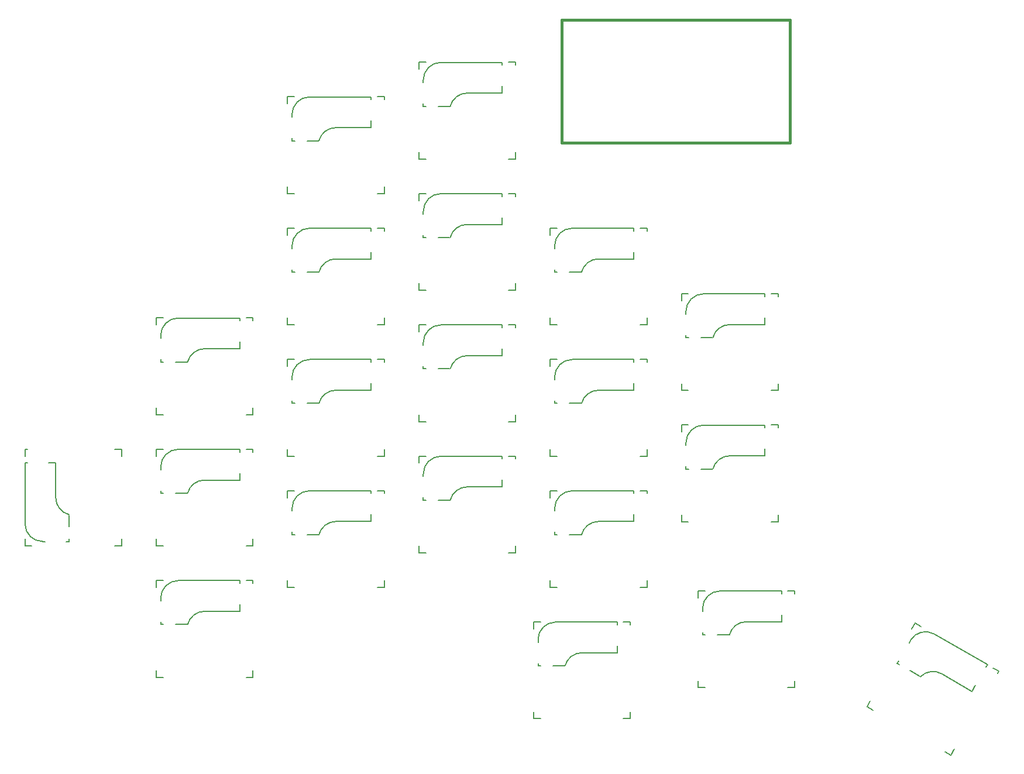
<source format=gbr>
%TF.GenerationSoftware,KiCad,Pcbnew,7.0.10*%
%TF.CreationDate,2024-05-01T10:45:41+02:00*%
%TF.ProjectId,talon,74616c6f-6e2e-46b6-9963-61645f706362,rev?*%
%TF.SameCoordinates,Original*%
%TF.FileFunction,Legend,Bot*%
%TF.FilePolarity,Positive*%
%FSLAX46Y46*%
G04 Gerber Fmt 4.6, Leading zero omitted, Abs format (unit mm)*
G04 Created by KiCad (PCBNEW 7.0.10) date 2024-05-01 10:45:41*
%MOMM*%
%LPD*%
G01*
G04 APERTURE LIST*
%ADD10C,0.150000*%
%ADD11C,0.381000*%
G04 APERTURE END LIST*
D10*
%TO.C,SW3*%
X112000000Y-95460000D02*
G75*
G03*
X109538732Y-97372497I0J-2540000D01*
G01*
X108190000Y-91015000D02*
G75*
G03*
X105650000Y-93555000I1J-2540001D01*
G01*
X119000000Y-105000000D02*
X118000000Y-105000000D01*
X119000000Y-104000000D02*
X119000000Y-105000000D01*
X119000000Y-91000000D02*
X119000000Y-91396000D01*
X118000000Y-91000000D02*
X119000000Y-91000000D01*
X117080000Y-95460000D02*
X117080000Y-94444000D01*
X117080000Y-91396000D02*
X117080000Y-91015000D01*
X117080000Y-91015000D02*
X108190000Y-91015000D01*
X112000000Y-95460000D02*
X117080000Y-95460000D01*
X107809000Y-97365000D02*
X109460000Y-97365000D01*
X106000000Y-105000000D02*
X105000000Y-105000000D01*
X105650000Y-97365000D02*
X106031000Y-97365000D01*
X105650000Y-96984000D02*
X105650000Y-97365000D01*
X105650000Y-93555000D02*
X105650000Y-93936000D01*
X105000000Y-105000000D02*
X105000000Y-104000000D01*
X105000000Y-92000000D02*
X105000000Y-91000000D01*
X105000000Y-91000000D02*
X106000000Y-91000000D01*
%TO.C,SW1*%
X131000000Y-63460000D02*
G75*
G03*
X128538732Y-65372497I0J-2540000D01*
G01*
X127190000Y-59015000D02*
G75*
G03*
X124650000Y-61555000I1J-2540001D01*
G01*
X138000000Y-73000000D02*
X137000000Y-73000000D01*
X138000000Y-72000000D02*
X138000000Y-73000000D01*
X138000000Y-59000000D02*
X138000000Y-59396000D01*
X137000000Y-59000000D02*
X138000000Y-59000000D01*
X136080000Y-63460000D02*
X136080000Y-62444000D01*
X136080000Y-59396000D02*
X136080000Y-59015000D01*
X136080000Y-59015000D02*
X127190000Y-59015000D01*
X131000000Y-63460000D02*
X136080000Y-63460000D01*
X126809000Y-65365000D02*
X128460000Y-65365000D01*
X125000000Y-73000000D02*
X124000000Y-73000000D01*
X124650000Y-65365000D02*
X125031000Y-65365000D01*
X124650000Y-64984000D02*
X124650000Y-65365000D01*
X124650000Y-61555000D02*
X124650000Y-61936000D01*
X124000000Y-73000000D02*
X124000000Y-72000000D01*
X124000000Y-60000000D02*
X124000000Y-59000000D01*
X124000000Y-59000000D02*
X125000000Y-59000000D01*
%TO.C,SW10*%
X131000000Y-101460000D02*
G75*
G03*
X128538732Y-103372497I0J-2540000D01*
G01*
X127190000Y-97015000D02*
G75*
G03*
X124650000Y-99555000I1J-2540001D01*
G01*
X138000000Y-111000000D02*
X137000000Y-111000000D01*
X138000000Y-110000000D02*
X138000000Y-111000000D01*
X138000000Y-97000000D02*
X138000000Y-97396000D01*
X137000000Y-97000000D02*
X138000000Y-97000000D01*
X136080000Y-101460000D02*
X136080000Y-100444000D01*
X136080000Y-97396000D02*
X136080000Y-97015000D01*
X136080000Y-97015000D02*
X127190000Y-97015000D01*
X131000000Y-101460000D02*
X136080000Y-101460000D01*
X126809000Y-103365000D02*
X128460000Y-103365000D01*
X125000000Y-111000000D02*
X124000000Y-111000000D01*
X124650000Y-103365000D02*
X125031000Y-103365000D01*
X124650000Y-102984000D02*
X124650000Y-103365000D01*
X124650000Y-99555000D02*
X124650000Y-99936000D01*
X124000000Y-111000000D02*
X124000000Y-110000000D01*
X124000000Y-98000000D02*
X124000000Y-97000000D01*
X124000000Y-97000000D02*
X125000000Y-97000000D01*
%TO.C,SW7*%
X188000000Y-91960000D02*
G75*
G03*
X185538732Y-93872497I0J-2540000D01*
G01*
X184190000Y-87515000D02*
G75*
G03*
X181650000Y-90055000I1J-2540001D01*
G01*
X195000000Y-101500000D02*
X194000000Y-101500000D01*
X195000000Y-100500000D02*
X195000000Y-101500000D01*
X195000000Y-87500000D02*
X195000000Y-87896000D01*
X194000000Y-87500000D02*
X195000000Y-87500000D01*
X193080000Y-91960000D02*
X193080000Y-90944000D01*
X193080000Y-87896000D02*
X193080000Y-87515000D01*
X193080000Y-87515000D02*
X184190000Y-87515000D01*
X188000000Y-91960000D02*
X193080000Y-91960000D01*
X183809000Y-93865000D02*
X185460000Y-93865000D01*
X182000000Y-101500000D02*
X181000000Y-101500000D01*
X181650000Y-93865000D02*
X182031000Y-93865000D01*
X181650000Y-93484000D02*
X181650000Y-93865000D01*
X181650000Y-90055000D02*
X181650000Y-90436000D01*
X181000000Y-101500000D02*
X181000000Y-100500000D01*
X181000000Y-88500000D02*
X181000000Y-87500000D01*
X181000000Y-87500000D02*
X182000000Y-87500000D01*
%TO.C,SW13*%
X188000000Y-110960000D02*
G75*
G03*
X185538732Y-112872497I0J-2540000D01*
G01*
X184190000Y-106515000D02*
G75*
G03*
X181650000Y-109055000I1J-2540001D01*
G01*
X195000000Y-120500000D02*
X194000000Y-120500000D01*
X195000000Y-119500000D02*
X195000000Y-120500000D01*
X195000000Y-106500000D02*
X195000000Y-106896000D01*
X194000000Y-106500000D02*
X195000000Y-106500000D01*
X193080000Y-110960000D02*
X193080000Y-109944000D01*
X193080000Y-106896000D02*
X193080000Y-106515000D01*
X193080000Y-106515000D02*
X184190000Y-106515000D01*
X188000000Y-110960000D02*
X193080000Y-110960000D01*
X183809000Y-112865000D02*
X185460000Y-112865000D01*
X182000000Y-120500000D02*
X181000000Y-120500000D01*
X181650000Y-112865000D02*
X182031000Y-112865000D01*
X181650000Y-112484000D02*
X181650000Y-112865000D01*
X181650000Y-109055000D02*
X181650000Y-109436000D01*
X181000000Y-120500000D02*
X181000000Y-119500000D01*
X181000000Y-107500000D02*
X181000000Y-106500000D01*
X181000000Y-106500000D02*
X182000000Y-106500000D01*
%TO.C,SW6*%
X169000000Y-82460000D02*
G75*
G03*
X166538732Y-84372497I0J-2540000D01*
G01*
X165190000Y-78015000D02*
G75*
G03*
X162650000Y-80555000I1J-2540001D01*
G01*
X176000000Y-92000000D02*
X175000000Y-92000000D01*
X176000000Y-91000000D02*
X176000000Y-92000000D01*
X176000000Y-78000000D02*
X176000000Y-78396000D01*
X175000000Y-78000000D02*
X176000000Y-78000000D01*
X174080000Y-82460000D02*
X174080000Y-81444000D01*
X174080000Y-78396000D02*
X174080000Y-78015000D01*
X174080000Y-78015000D02*
X165190000Y-78015000D01*
X169000000Y-82460000D02*
X174080000Y-82460000D01*
X164809000Y-84365000D02*
X166460000Y-84365000D01*
X163000000Y-92000000D02*
X162000000Y-92000000D01*
X162650000Y-84365000D02*
X163031000Y-84365000D01*
X162650000Y-83984000D02*
X162650000Y-84365000D01*
X162650000Y-80555000D02*
X162650000Y-80936000D01*
X162000000Y-92000000D02*
X162000000Y-91000000D01*
X162000000Y-79000000D02*
X162000000Y-78000000D01*
X162000000Y-78000000D02*
X163000000Y-78000000D01*
%TO.C,SW5*%
X150000000Y-77460000D02*
G75*
G03*
X147538732Y-79372497I0J-2540000D01*
G01*
X146190000Y-73015000D02*
G75*
G03*
X143650000Y-75555000I1J-2540001D01*
G01*
X157000000Y-87000000D02*
X156000000Y-87000000D01*
X157000000Y-86000000D02*
X157000000Y-87000000D01*
X157000000Y-73000000D02*
X157000000Y-73396000D01*
X156000000Y-73000000D02*
X157000000Y-73000000D01*
X155080000Y-77460000D02*
X155080000Y-76444000D01*
X155080000Y-73396000D02*
X155080000Y-73015000D01*
X155080000Y-73015000D02*
X146190000Y-73015000D01*
X150000000Y-77460000D02*
X155080000Y-77460000D01*
X145809000Y-79365000D02*
X147460000Y-79365000D01*
X144000000Y-87000000D02*
X143000000Y-87000000D01*
X143650000Y-79365000D02*
X144031000Y-79365000D01*
X143650000Y-78984000D02*
X143650000Y-79365000D01*
X143650000Y-75555000D02*
X143650000Y-75936000D01*
X143000000Y-87000000D02*
X143000000Y-86000000D01*
X143000000Y-74000000D02*
X143000000Y-73000000D01*
X143000000Y-73000000D02*
X144000000Y-73000000D01*
D11*
%TO.C,U1*%
X163660000Y-47860000D02*
X163660000Y-65640000D01*
X163660000Y-65640000D02*
X196680000Y-65640000D01*
X196680000Y-47860000D02*
X163660000Y-47860000D01*
X196680000Y-65640000D02*
X196680000Y-47860000D01*
D10*
%TO.C,SW17*%
X169000000Y-120460000D02*
G75*
G03*
X166538732Y-122372497I0J-2540000D01*
G01*
X165190000Y-116015000D02*
G75*
G03*
X162650000Y-118555000I1J-2540001D01*
G01*
X176000000Y-130000000D02*
X175000000Y-130000000D01*
X176000000Y-129000000D02*
X176000000Y-130000000D01*
X176000000Y-116000000D02*
X176000000Y-116396000D01*
X175000000Y-116000000D02*
X176000000Y-116000000D01*
X174080000Y-120460000D02*
X174080000Y-119444000D01*
X174080000Y-116396000D02*
X174080000Y-116015000D01*
X174080000Y-116015000D02*
X165190000Y-116015000D01*
X169000000Y-120460000D02*
X174080000Y-120460000D01*
X164809000Y-122365000D02*
X166460000Y-122365000D01*
X163000000Y-130000000D02*
X162000000Y-130000000D01*
X162650000Y-122365000D02*
X163031000Y-122365000D01*
X162650000Y-121984000D02*
X162650000Y-122365000D01*
X162650000Y-118555000D02*
X162650000Y-118936000D01*
X162000000Y-130000000D02*
X162000000Y-129000000D01*
X162000000Y-117000000D02*
X162000000Y-116000000D01*
X162000000Y-116000000D02*
X163000000Y-116000000D01*
%TO.C,SW12*%
X169000000Y-101460000D02*
G75*
G03*
X166538732Y-103372497I0J-2540000D01*
G01*
X165190000Y-97015000D02*
G75*
G03*
X162650000Y-99555000I1J-2540001D01*
G01*
X176000000Y-111000000D02*
X175000000Y-111000000D01*
X176000000Y-110000000D02*
X176000000Y-111000000D01*
X176000000Y-97000000D02*
X176000000Y-97396000D01*
X175000000Y-97000000D02*
X176000000Y-97000000D01*
X174080000Y-101460000D02*
X174080000Y-100444000D01*
X174080000Y-97396000D02*
X174080000Y-97015000D01*
X174080000Y-97015000D02*
X165190000Y-97015000D01*
X169000000Y-101460000D02*
X174080000Y-101460000D01*
X164809000Y-103365000D02*
X166460000Y-103365000D01*
X163000000Y-111000000D02*
X162000000Y-111000000D01*
X162650000Y-103365000D02*
X163031000Y-103365000D01*
X162650000Y-102984000D02*
X162650000Y-103365000D01*
X162650000Y-99555000D02*
X162650000Y-99936000D01*
X162000000Y-111000000D02*
X162000000Y-110000000D01*
X162000000Y-98000000D02*
X162000000Y-97000000D01*
X162000000Y-97000000D02*
X163000000Y-97000000D01*
%TO.C,SW9*%
X112000000Y-114460000D02*
G75*
G03*
X109538732Y-116372497I0J-2540000D01*
G01*
X108190000Y-110015000D02*
G75*
G03*
X105650000Y-112555000I1J-2540001D01*
G01*
X119000000Y-124000000D02*
X118000000Y-124000000D01*
X119000000Y-123000000D02*
X119000000Y-124000000D01*
X119000000Y-110000000D02*
X119000000Y-110396000D01*
X118000000Y-110000000D02*
X119000000Y-110000000D01*
X117080000Y-114460000D02*
X117080000Y-113444000D01*
X117080000Y-110396000D02*
X117080000Y-110015000D01*
X117080000Y-110015000D02*
X108190000Y-110015000D01*
X112000000Y-114460000D02*
X117080000Y-114460000D01*
X107809000Y-116365000D02*
X109460000Y-116365000D01*
X106000000Y-124000000D02*
X105000000Y-124000000D01*
X105650000Y-116365000D02*
X106031000Y-116365000D01*
X105650000Y-115984000D02*
X105650000Y-116365000D01*
X105650000Y-112555000D02*
X105650000Y-112936000D01*
X105000000Y-124000000D02*
X105000000Y-123000000D01*
X105000000Y-111000000D02*
X105000000Y-110000000D01*
X105000000Y-110000000D02*
X106000000Y-110000000D01*
%TO.C,SW15*%
X131000000Y-120460000D02*
G75*
G03*
X128538732Y-122372497I0J-2540000D01*
G01*
X127190000Y-116015000D02*
G75*
G03*
X124650000Y-118555000I1J-2540001D01*
G01*
X138000000Y-130000000D02*
X137000000Y-130000000D01*
X138000000Y-129000000D02*
X138000000Y-130000000D01*
X138000000Y-116000000D02*
X138000000Y-116396000D01*
X137000000Y-116000000D02*
X138000000Y-116000000D01*
X136080000Y-120460000D02*
X136080000Y-119444000D01*
X136080000Y-116396000D02*
X136080000Y-116015000D01*
X136080000Y-116015000D02*
X127190000Y-116015000D01*
X131000000Y-120460000D02*
X136080000Y-120460000D01*
X126809000Y-122365000D02*
X128460000Y-122365000D01*
X125000000Y-130000000D02*
X124000000Y-130000000D01*
X124650000Y-122365000D02*
X125031000Y-122365000D01*
X124650000Y-121984000D02*
X124650000Y-122365000D01*
X124650000Y-118555000D02*
X124650000Y-118936000D01*
X124000000Y-130000000D02*
X124000000Y-129000000D01*
X124000000Y-117000000D02*
X124000000Y-116000000D01*
X124000000Y-116000000D02*
X125000000Y-116000000D01*
%TO.C,SW14*%
X112000000Y-133460000D02*
G75*
G03*
X109538732Y-135372497I0J-2540000D01*
G01*
X108190000Y-129015000D02*
G75*
G03*
X105650000Y-131555000I1J-2540001D01*
G01*
X119000000Y-143000000D02*
X118000000Y-143000000D01*
X119000000Y-142000000D02*
X119000000Y-143000000D01*
X119000000Y-129000000D02*
X119000000Y-129396000D01*
X118000000Y-129000000D02*
X119000000Y-129000000D01*
X117080000Y-133460000D02*
X117080000Y-132444000D01*
X117080000Y-129396000D02*
X117080000Y-129015000D01*
X117080000Y-129015000D02*
X108190000Y-129015000D01*
X112000000Y-133460000D02*
X117080000Y-133460000D01*
X107809000Y-135365000D02*
X109460000Y-135365000D01*
X106000000Y-143000000D02*
X105000000Y-143000000D01*
X105650000Y-135365000D02*
X106031000Y-135365000D01*
X105650000Y-134984000D02*
X105650000Y-135365000D01*
X105650000Y-131555000D02*
X105650000Y-131936000D01*
X105000000Y-143000000D02*
X105000000Y-142000000D01*
X105000000Y-130000000D02*
X105000000Y-129000000D01*
X105000000Y-129000000D02*
X106000000Y-129000000D01*
%TO.C,SW19*%
X190400000Y-134960000D02*
G75*
G03*
X187938732Y-136872497I0J-2540000D01*
G01*
X186590000Y-130515000D02*
G75*
G03*
X184050000Y-133055000I1J-2540001D01*
G01*
X197400000Y-144500000D02*
X196400000Y-144500000D01*
X197400000Y-143500000D02*
X197400000Y-144500000D01*
X197400000Y-130500000D02*
X197400000Y-130896000D01*
X196400000Y-130500000D02*
X197400000Y-130500000D01*
X195480000Y-134960000D02*
X195480000Y-133944000D01*
X195480000Y-130896000D02*
X195480000Y-130515000D01*
X195480000Y-130515000D02*
X186590000Y-130515000D01*
X190400000Y-134960000D02*
X195480000Y-134960000D01*
X186209000Y-136865000D02*
X187860000Y-136865000D01*
X184400000Y-144500000D02*
X183400000Y-144500000D01*
X184050000Y-136865000D02*
X184431000Y-136865000D01*
X184050000Y-136484000D02*
X184050000Y-136865000D01*
X184050000Y-133055000D02*
X184050000Y-133436000D01*
X183400000Y-144500000D02*
X183400000Y-143500000D01*
X183400000Y-131500000D02*
X183400000Y-130500000D01*
X183400000Y-130500000D02*
X184400000Y-130500000D01*
%TO.C,SW11*%
X150000000Y-96460000D02*
G75*
G03*
X147538732Y-98372497I0J-2540000D01*
G01*
X146190000Y-92015000D02*
G75*
G03*
X143650000Y-94555000I1J-2540001D01*
G01*
X157000000Y-106000000D02*
X156000000Y-106000000D01*
X157000000Y-105000000D02*
X157000000Y-106000000D01*
X157000000Y-92000000D02*
X157000000Y-92396000D01*
X156000000Y-92000000D02*
X157000000Y-92000000D01*
X155080000Y-96460000D02*
X155080000Y-95444000D01*
X155080000Y-92396000D02*
X155080000Y-92015000D01*
X155080000Y-92015000D02*
X146190000Y-92015000D01*
X150000000Y-96460000D02*
X155080000Y-96460000D01*
X145809000Y-98365000D02*
X147460000Y-98365000D01*
X144000000Y-106000000D02*
X143000000Y-106000000D01*
X143650000Y-98365000D02*
X144031000Y-98365000D01*
X143650000Y-97984000D02*
X143650000Y-98365000D01*
X143650000Y-94555000D02*
X143650000Y-94936000D01*
X143000000Y-106000000D02*
X143000000Y-105000000D01*
X143000000Y-93000000D02*
X143000000Y-92000000D01*
X143000000Y-92000000D02*
X144000000Y-92000000D01*
%TO.C,SW4*%
X131000000Y-82460000D02*
G75*
G03*
X128538732Y-84372497I0J-2540000D01*
G01*
X127190000Y-78015000D02*
G75*
G03*
X124650000Y-80555000I1J-2540001D01*
G01*
X138000000Y-92000000D02*
X137000000Y-92000000D01*
X138000000Y-91000000D02*
X138000000Y-92000000D01*
X138000000Y-78000000D02*
X138000000Y-78396000D01*
X137000000Y-78000000D02*
X138000000Y-78000000D01*
X136080000Y-82460000D02*
X136080000Y-81444000D01*
X136080000Y-78396000D02*
X136080000Y-78015000D01*
X136080000Y-78015000D02*
X127190000Y-78015000D01*
X131000000Y-82460000D02*
X136080000Y-82460000D01*
X126809000Y-84365000D02*
X128460000Y-84365000D01*
X125000000Y-92000000D02*
X124000000Y-92000000D01*
X124650000Y-84365000D02*
X125031000Y-84365000D01*
X124650000Y-83984000D02*
X124650000Y-84365000D01*
X124650000Y-80555000D02*
X124650000Y-80936000D01*
X124000000Y-92000000D02*
X124000000Y-91000000D01*
X124000000Y-79000000D02*
X124000000Y-78000000D01*
X124000000Y-78000000D02*
X125000000Y-78000000D01*
%TO.C,SW2*%
X150000000Y-58460000D02*
G75*
G03*
X147538732Y-60372497I0J-2540000D01*
G01*
X146190000Y-54015000D02*
G75*
G03*
X143650000Y-56555000I1J-2540001D01*
G01*
X157000000Y-68000000D02*
X156000000Y-68000000D01*
X157000000Y-67000000D02*
X157000000Y-68000000D01*
X157000000Y-54000000D02*
X157000000Y-54396000D01*
X156000000Y-54000000D02*
X157000000Y-54000000D01*
X155080000Y-58460000D02*
X155080000Y-57444000D01*
X155080000Y-54396000D02*
X155080000Y-54015000D01*
X155080000Y-54015000D02*
X146190000Y-54015000D01*
X150000000Y-58460000D02*
X155080000Y-58460000D01*
X145809000Y-60365000D02*
X147460000Y-60365000D01*
X144000000Y-68000000D02*
X143000000Y-68000000D01*
X143650000Y-60365000D02*
X144031000Y-60365000D01*
X143650000Y-59984000D02*
X143650000Y-60365000D01*
X143650000Y-56555000D02*
X143650000Y-56936000D01*
X143000000Y-68000000D02*
X143000000Y-67000000D01*
X143000000Y-55000000D02*
X143000000Y-54000000D01*
X143000000Y-54000000D02*
X144000000Y-54000000D01*
%TO.C,SW20*%
X218670152Y-142500000D02*
G75*
G03*
X215582383Y-142925637I-1270000J-2199705D01*
G01*
X217593095Y-136745518D02*
G75*
G03*
X214123392Y-137675222I-1269999J-2199705D01*
G01*
X219962330Y-154261883D02*
X219096304Y-153761883D01*
X220462330Y-153395857D02*
X219962330Y-154261883D01*
X226962330Y-142137527D02*
X226764330Y-142480473D01*
X226096304Y-141637527D02*
X226962330Y-142137527D01*
X223069561Y-145040000D02*
X223577561Y-144160119D01*
X225101561Y-141520473D02*
X225292061Y-141190518D01*
X225292061Y-141190518D02*
X217593095Y-136745518D01*
X218670152Y-142500000D02*
X223069561Y-145040000D01*
X214088140Y-142054279D02*
X215517947Y-142879779D01*
X208704000Y-147761883D02*
X207837974Y-147261883D01*
X212218391Y-140974779D02*
X212548346Y-141165279D01*
X212408891Y-140644823D02*
X212218391Y-140974779D01*
X214123391Y-137675222D02*
X213932891Y-138005178D01*
X207837974Y-147261883D02*
X208337974Y-146395857D01*
X214337974Y-136003553D02*
X214837974Y-135137527D01*
X214837974Y-135137527D02*
X215704000Y-135637527D01*
%TO.C,SW8*%
X90460000Y-117000000D02*
G75*
G03*
X92372497Y-119461268I2540000J0D01*
G01*
X86015000Y-120810000D02*
G75*
G03*
X88555000Y-123350000I2540001J1D01*
G01*
X100000000Y-110000000D02*
X100000000Y-111000000D01*
X99000000Y-110000000D02*
X100000000Y-110000000D01*
X86000000Y-110000000D02*
X86396000Y-110000000D01*
X86000000Y-111000000D02*
X86000000Y-110000000D01*
X90460000Y-111920000D02*
X89444000Y-111920000D01*
X86396000Y-111920000D02*
X86015000Y-111920000D01*
X86015000Y-111920000D02*
X86015000Y-120810000D01*
X90460000Y-117000000D02*
X90460000Y-111920000D01*
X92365000Y-121191000D02*
X92365000Y-119540000D01*
X100000000Y-123000000D02*
X100000000Y-124000000D01*
X92365000Y-123350000D02*
X92365000Y-122969000D01*
X91984000Y-123350000D02*
X92365000Y-123350000D01*
X88555000Y-123350000D02*
X88936000Y-123350000D01*
X100000000Y-124000000D02*
X99000000Y-124000000D01*
X87000000Y-124000000D02*
X86000000Y-124000000D01*
X86000000Y-124000000D02*
X86000000Y-123000000D01*
%TO.C,SW16*%
X150000000Y-115460000D02*
G75*
G03*
X147538732Y-117372497I0J-2540000D01*
G01*
X146190000Y-111015000D02*
G75*
G03*
X143650000Y-113555000I1J-2540001D01*
G01*
X157000000Y-125000000D02*
X156000000Y-125000000D01*
X157000000Y-124000000D02*
X157000000Y-125000000D01*
X157000000Y-111000000D02*
X157000000Y-111396000D01*
X156000000Y-111000000D02*
X157000000Y-111000000D01*
X155080000Y-115460000D02*
X155080000Y-114444000D01*
X155080000Y-111396000D02*
X155080000Y-111015000D01*
X155080000Y-111015000D02*
X146190000Y-111015000D01*
X150000000Y-115460000D02*
X155080000Y-115460000D01*
X145809000Y-117365000D02*
X147460000Y-117365000D01*
X144000000Y-125000000D02*
X143000000Y-125000000D01*
X143650000Y-117365000D02*
X144031000Y-117365000D01*
X143650000Y-116984000D02*
X143650000Y-117365000D01*
X143650000Y-113555000D02*
X143650000Y-113936000D01*
X143000000Y-125000000D02*
X143000000Y-124000000D01*
X143000000Y-112000000D02*
X143000000Y-111000000D01*
X143000000Y-111000000D02*
X144000000Y-111000000D01*
%TO.C,SW18*%
X166600000Y-139460000D02*
G75*
G03*
X164138732Y-141372497I0J-2540000D01*
G01*
X162790000Y-135015000D02*
G75*
G03*
X160250000Y-137555000I1J-2540001D01*
G01*
X173600000Y-149000000D02*
X172600000Y-149000000D01*
X173600000Y-148000000D02*
X173600000Y-149000000D01*
X173600000Y-135000000D02*
X173600000Y-135396000D01*
X172600000Y-135000000D02*
X173600000Y-135000000D01*
X171680000Y-139460000D02*
X171680000Y-138444000D01*
X171680000Y-135396000D02*
X171680000Y-135015000D01*
X171680000Y-135015000D02*
X162790000Y-135015000D01*
X166600000Y-139460000D02*
X171680000Y-139460000D01*
X162409000Y-141365000D02*
X164060000Y-141365000D01*
X160600000Y-149000000D02*
X159600000Y-149000000D01*
X160250000Y-141365000D02*
X160631000Y-141365000D01*
X160250000Y-140984000D02*
X160250000Y-141365000D01*
X160250000Y-137555000D02*
X160250000Y-137936000D01*
X159600000Y-149000000D02*
X159600000Y-148000000D01*
X159600000Y-136000000D02*
X159600000Y-135000000D01*
X159600000Y-135000000D02*
X160600000Y-135000000D01*
%TD*%
M02*

</source>
